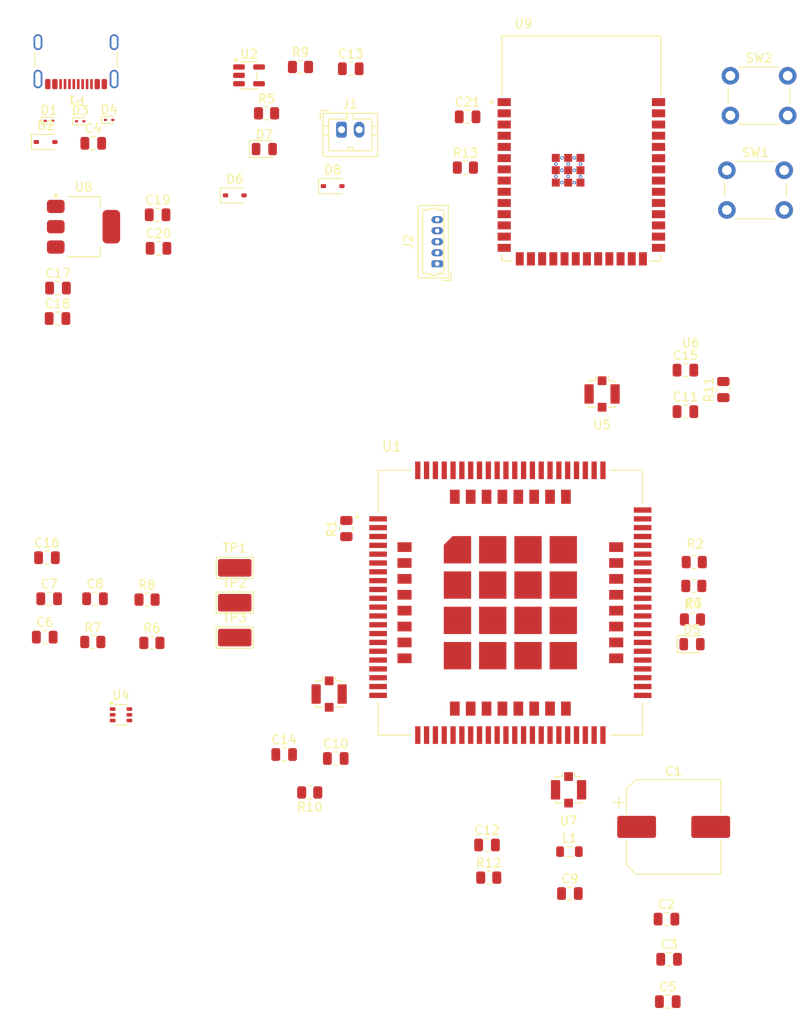
<source format=kicad_pcb>
(kicad_pcb (version 20241229) (generator "pcbnew") (generator_version "9.0")
  (layers (0 "F.Cu" signal) (2 "B.Cu" signal) (13 "F.Paste" user) (15 "B.Paste" user) (5 "F.SilkS" user "F.Silkscreen") (7 "B.SilkS" user "B.Silkscreen") (1 "F.Mask" user) (3 "B.Mask" user) (25 "Edge.Cuts" user))
  (net 0 "")
  (net 1 "GND")
  (net 2 "V_Batt")
  (net 3 "VUSB")
  (net 4 "/SIM1 RST")
  (net 5 "/SIM1 CLK")
  (net 6 "/SIM1 DATA")
  (net 7 "/GNSS ANT")
  (net 8 "Net-(C9-Pad1)")
  (net 9 "/AUX ANT")
  (net 10 "/Main ANT")
  (net 11 "Net-(C12-Pad1)")
  (net 12 "Net-(C14-Pad2)")
  (net 13 "Net-(C15-Pad2)")
  (net 14 "/SIM1 VCC")
  (net 15 "VIN")
  (net 16 "/VCC_3V3")
  (net 17 "Net-(U9-EN)")
  (net 18 "Net-(D1-A2)")
  (net 19 "/GPIO19")
  (net 20 "/GPIO20")
  (net 21 "Net-(D5-A)")
  (net 22 "Net-(D7-K)")
  (net 23 "Net-(D7-A)")
  (net 24 "/DATA")
  (net 25 "/STROBE")
  (net 32 "/POWERKEY")
  (net 33 "1V8")
  (net 34 "Net-(U1-SCL)")
  (net 35 "Net-(U1-SDA)")
  (net 36 "/NET LED")
  (net 37 "/RST EN")
  (net 38 "/CLK EN")
  (net 39 "/DATA EN")
  (net 40 "Net-(U2-PROG)")
  (net 42 "/ESP0{slash}STAT")
  (net 71 "5V")
  (net 73 "/RXD")
  (net 77 "/USBD_N")
  (net 79 "/USBD P")
  (net 81 "/RESET")
  (net 82 "Net-(U1-VBAT-Pad62)")
  (net 93 "/TXD")
  (footprint "Capacitor_SMD:C_0805_2012Metric" (layer "F.Cu") (at 30 37.15)
    (property "Reference" "C20" (at 0 -1.68 0) (layer "F.SilkS"))
    (property "Value" "100nF")
    (pad "1" smd roundrect (at -0.95 0) (size 1 1.45) (layers "F.Cu" "F.Mask" "F.Paste") (net 16 "/VCC_3V3"))
    (pad "2" smd roundrect (at 0.95 0) (size 1 1.45) (layers "F.Cu" "F.Mask" "F.Paste") (net 1 "GND"))
  )
  (footprint "Package_TO_SOT_SMD:SOT-363_SC-70-6" (layer "F.Cu") (at 25.75 90)
    (property "Reference" "U4" (at 0 -2.25 0) (layer "F.SilkS"))
    (property "Value" "SMF05C")
    (pad "1" smd roundrect (at -0.95 -0.65) (size 0.65 0.4) (layers "F.Cu" "F.Mask" "F.Paste") (net 38 "/CLK EN"))
    (pad "2" smd roundrect (at -0.95 0) (size 0.65 0.4) (layers "F.Cu" "F.Mask" "F.Paste") (net 1 "GND"))
    (pad "3" smd roundrect (at -0.95 0.65) (size 0.65 0.4) (layers "F.Cu" "F.Mask" "F.Paste") (net 37 "/RST EN"))
    (pad "4" smd roundrect (at 0.95 0.65) (size 0.65 0.4) (layers "F.Cu" "F.Mask" "F.Paste") (net 39 "/DATA EN"))
    (pad "5" smd roundrect (at 0.95 0) (size 0.65 0.4) (layers "F.Cu" "F.Mask" "F.Paste"))
    (pad "6" smd roundrect (at 0.95 -0.65) (size 0.65 0.4) (layers "F.Cu" "F.Mask" "F.Paste") (net 14 "/SIM1 VCC"))
  )
  (footprint "Resistor_SMD:R_0805_2012Metric" (layer "F.Cu") (at 64.8 28)
    (property "Reference" "R13" (at 0 -1.65 0) (layer "F.SilkS"))
    (property "Value" "10k")
    (pad "1" smd roundrect (at -0.9125 0) (size 1.025 1.4) (layers "F.Cu" "F.Mask" "F.Paste") (roundrect_rratio 0.243902) (net 16 "/VCC_3V3"))
    (pad "2" smd roundrect (at 0.9125 0) (size 1.025 1.4) (layers "F.Cu" "F.Mask" "F.Paste") (roundrect_rratio 0.243902) (net 17 "Net-(U9-EN)"))
  )
  (footprint "Capacitor_SMD:C_0805_2012Metric" (layer "F.Cu") (at 22.8 76.85)
    (property "Reference" "C8" (at 0 -1.68 0) (layer "F.SilkS"))
    (property "Value" "33P")
    (pad "1" smd roundrect (at -0.95 0) (size 1 1.45) (layers "F.Cu" "F.Mask" "F.Paste") (net 1 "GND"))
    (pad "2" smd roundrect (at 0.95 0) (size 1 1.45) (layers "F.Cu" "F.Mask" "F.Paste") (net 6 "/SIM1 DATA"))
  )
  (footprint "Package_TO_SOT_SMD:SOT-223" (layer "F.Cu") (at 21.5 34.7)
    (property "Reference" "U8" (at 0 -4.5 0) (layer "F.SilkS"))
    (property "Value" "SGM2212-3.3")
    (pad "1" smd roundrect (at -3.15 -2.3) (size 2 1.5) (layers "F.Cu" "F.Mask" "F.Paste") (net 1 "GND"))
    (pad "2" smd roundrect (at -3.15 0) (size 2 1.5) (layers "F.Cu" "F.Mask" "F.Paste") (net 16 "/VCC_3V3"))
    (pad "3" smd roundrect (at -3.15 2.3) (size 2 1.5) (layers "F.Cu" "F.Mask" "F.Paste") (net 15 "VIN"))
    (pad "4" smd roundrect (at 3.15 0) (size 2 3.8) (layers "F.Cu" "F.Mask" "F.Paste") (net 16 "/VCC_3V3"))
  )
  (footprint "Resistor_SMD:R_0805_2012Metric" (layer "F.Cu") (at 28.7 76.95)
    (property "Reference" "R8" (at 0 -1.65 0) (layer "F.SilkS"))
    (property "Value" "22R")
    (pad "1" smd roundrect (at -0.9125 0) (size 1.025 1.4) (layers "F.Cu" "F.Mask" "F.Paste") (roundrect_rratio 0.243902) (net 6 "/SIM1 DATA"))
    (pad "2" smd roundrect (at 0.9125 0) (size 1.025 1.4) (layers "F.Cu" "F.Mask" "F.Paste") (roundrect_rratio 0.243902) (net 39 "/DATA EN"))
  )
  (footprint "Capacitor_SMD:C_0805_2012Metric" (layer "F.Cu") (at 65.05 22.25)
    (property "Reference" "C21" (at 0 -1.68 0) (layer "F.SilkS"))
    (property "Value" "100nF")
    (pad "1" smd roundrect (at -0.95 0) (size 1 1.45) (layers "F.Cu" "F.Mask" "F.Paste") (net 17 "Net-(U9-EN)"))
    (pad "2" smd roundrect (at 0.95 0) (size 1 1.45) (layers "F.Cu" "F.Mask" "F.Paste") (net 1 "GND"))
  )
  (footprint "Capacitor_SMD:C_0805_2012Metric" (layer "F.Cu") (at 17.6 76.85)
    (property "Reference" "C7" (at 0 -1.68 0) (layer "F.SilkS"))
    (property "Value" "33P")
    (pad "1" smd roundrect (at -0.95 0) (size 1 1.45) (layers "F.Cu" "F.Mask" "F.Paste") (net 1 "GND"))
    (pad "2" smd roundrect (at 0.95 0) (size 1 1.45) (layers "F.Cu" "F.Mask" "F.Paste") (net 5 "/SIM1 CLK"))
  )
  (footprint "Resistor_SMD:R_0805_2012Metric" (layer "F.Cu") (at 67.45 108.45)
    (property "Reference" "R12" (at 0 -1.65 0) (layer "F.SilkS"))
    (property "Value" "22R")
    (pad "1" smd roundrect (at -0.9125 0) (size 1.025 1.4) (layers "F.Cu" "F.Mask" "F.Paste") (roundrect_rratio 0.243902) (net 11 "Net-(C12-Pad1)"))
    (pad "2" smd roundrect (at 0.9125 0) (size 1.025 1.4) (layers "F.Cu" "F.Mask" "F.Paste") (roundrect_rratio 0.243902))
  )
  (footprint "Capacitor_SMD:C_0805_2012Metric" (layer "F.Cu") (at 89.75 55.65)
    (property "Reference" "C11" (at 0 -1.68 0) (layer "F.SilkS"))
    (property "Value" "NC")
    (pad "1" smd roundrect (at -0.95 0) (size 1 1.45) (layers "F.Cu" "F.Mask" "F.Paste") (net 1 "GND"))
    (pad "2" smd roundrect (at 0.95 0) (size 1 1.45) (layers "F.Cu" "F.Mask" "F.Paste") (net 10 "/Main ANT"))
  )
  (footprint "Connector_Coaxial:U.FL_Molex_MCRF_73412-0110_Vertical" (layer "F.Cu") (at 76.5 98.5)
    (property "Reference" "U7" (at 0 3.5 0) (layer "F.SilkS"))
    (property "Value" "GNSS_ANT")
    (pad "1" smd roundrect (at 0 1.5 180) (size 1 1) (layers "F.Cu" "F.Mask" "F.Paste") (roundrect_rratio 0.1) (net 8 "Net-(C9-Pad1)"))
    (pad "2" smd roundrect (at -1.475 0 180) (size 1.05 2.2) (layers "F.Cu" "F.Mask" "F.Paste") (roundrect_rratio 0.1) (net 1 "GND"))
    (pad "2" smd roundrect (at 0 -1.5 180) (size 1 1) (layers "F.Cu" "F.Mask" "F.Paste") (roundrect_rratio 0.1) (net 1 "GND"))
    (pad "2" smd roundrect (at 1.475 0 180) (size 1.05 2.2) (layers "F.Cu" "F.Mask" "F.Paste") (roundrect_rratio 0.1) (net 1 "GND"))
  )
  (footprint "Diode_SMD:D_SOD-323" (layer "F.Cu") (at 17.2 25.1)
    (property "Reference" "D2" (at 0 -1.85 0) (layer "F.SilkS"))
    (property "Value" "1N5819WS")
    (pad "1" smd roundrect (at -1.05 0) (size 0.6 0.45) (layers "F.Cu" "F.Mask" "F.Paste") (net 3 "VUSB"))
    (pad "2" smd roundrect (at 1.05 0) (size 0.6 0.45) (layers "F.Cu" "F.Mask" "F.Paste") (net 18 "Net-(D1-A2)"))
  )
  (footprint "Capacitor_SMD:C_0805_2012Metric" (layer "F.Cu") (at 18.6 41.65)
    (property "Reference" "C17" (at 0 -1.68 0) (layer "F.SilkS"))
    (property "Value" "4.7uF")
    (pad "1" smd roundrect (at -0.95 0) (size 1 1.45) (layers "F.Cu" "F.Mask" "F.Paste") (net 15 "VIN"))
    (pad "2" smd roundrect (at 0.95 0) (size 1 1.45) (layers "F.Cu" "F.Mask" "F.Paste") (net 1 "GND"))
  )
  (footprint "Resistor_SMD:R_0805_2012Metric" (layer "F.Cu") (at 22.55 81.75)
    (property "Reference" "R7" (at 0 -1.65 0) (layer "F.SilkS"))
    (property "Value" "22R")
    (pad "1" smd roundrect (at -0.9125 0) (size 1.025 1.4) (layers "F.Cu" "F.Mask" "F.Paste") (roundrect_rratio 0.243902) (net 5 "/SIM1 CLK"))
    (pad "2" smd roundrect (at 0.9125 0) (size 1.025 1.4) (layers "F.Cu" "F.Mask" "F.Paste") (roundrect_rratio 0.243902) (net 38 "/CLK EN"))
  )
  (footprint "Capacitor_SMD:C_0805_2012Metric" (layer "F.Cu") (at 87.75 122.5)
    (property "Reference" "C5" (at 0 -1.68 0) (layer "F.SilkS"))
    (property "Value" "1uF")
    (pad "1" smd roundrect (at -0.95 0) (size 1 1.45) (layers "F.Cu" "F.Mask" "F.Paste") (net 2 "V_Batt"))
    (pad "2" smd roundrect (at 0.95 0) (size 1 1.45) (layers "F.Cu" "F.Mask" "F.Paste") (net 1 "GND"))
  )
  (footprint "Connector_Coaxial:U.FL_Molex_MCRF_73412-0110_Vertical" (layer "F.Cu") (at 80.3 53.65)
    (property "Reference" "U5" (at 0 3.5 0) (layer "F.SilkS"))
    (property "Value" "GSM_ANT")
    (pad "1" smd roundrect (at 0 1.5 180) (size 1 1) (layers "F.Cu" "F.Mask" "F.Paste") (roundrect_rratio 0.1) (net 13 "Net-(C15-Pad2)"))
    (pad "2" smd roundrect (at -1.475 0 180) (size 1.05 2.2) (layers "F.Cu" "F.Mask" "F.Paste") (roundrect_rratio 0.1) (net 1 "GND"))
    (pad "2" smd roundrect (at 0 -1.5 180) (size 1 1) (layers "F.Cu" "F.Mask" "F.Paste") (roundrect_rratio 0.1) (net 1 "GND"))
    (pad "2" smd roundrect (at 1.475 0 180) (size 1.05 2.2) (layers "F.Cu" "F.Mask" "F.Paste") (roundrect_rratio 0.1) (net 1 "GND"))
  )
  (footprint "Button_Switch_THT:SW_PUSH_6mm" (layer "F.Cu") (at 94.45 28.3)
    (property "Reference" "SW1" (at 3.25 -2 0) (layer "F.SilkS"))
    (property "Value" "SW_Push")
    (pad "1" thru_hole circle (at 0 0 90) (size 2 2) (drill 1.1) (layers "*.Cu" "*.Mask") (net 42 "/ESP0{slash}STAT"))
    (pad "1" thru_hole circle (at 6.5 0 90) (size 2 2) (drill 1.1) (layers "*.Cu" "*.Mask") (net 42 "/ESP0{slash}STAT"))
    (pad "2" thru_hole circle (at 0 4.5 90) (size 2 2) (drill 1.1) (layers "*.Cu" "*.Mask") (net 1 "GND"))
    (pad "2" thru_hole circle (at 6.5 4.5 90) (size 2 2) (drill 1.1) (layers "*.Cu" "*.Mask") (net 1 "GND"))
  )
  (footprint "Capacitor_SMD:C_0805_2012Metric" (layer "F.Cu") (at 89.75 50.95)
    (property "Reference" "C15" (at 0 -1.68 0) (layer "F.SilkS"))
    (property "Value" "NC")
    (pad "1" smd roundrect (at -0.95 0) (size 1 1.45) (layers "F.Cu" "F.Mask" "F.Paste") (net 1 "GND"))
    (pad "2" smd roundrect (at 0.95 0) (size 1 1.45) (layers "F.Cu" "F.Mask" "F.Paste") (net 13 "Net-(C15-Pad2)"))
  )
  (footprint "Resistor_SMD:R_0805_2012Metric" (layer "F.Cu") (at 42.25 21.85)
    (property "Reference" "R5" (at 0 -1.65 0) (layer "F.SilkS"))
    (property "Value" "R_US")
    (pad "1" smd roundrect (at -0.9125 0) (size 1.025 1.4) (layers "F.Cu" "F.Mask" "F.Paste") (roundrect_rratio 0.243902) (net 3 "VUSB"))
    (pad "2" smd roundrect (at 0.9125 0) (size 1.025 1.4) (layers "F.Cu" "F.Mask" "F.Paste") (roundrect_rratio 0.243902) (net 23 "Net-(D7-A)"))
  )
  (footprint "Resistor_SMD:R_0805_2012Metric" (layer "F.Cu") (at 90.75 72.7 180)
    (property "Reference" "R2" (at -0.1 2.05 0) (layer "F.SilkS"))
    (property "Value" "2k2")
    (pad "1" smd roundrect (at -0.9125 0 180) (size 1.025 1.4) (layers "F.Cu" "F.Mask" "F.Paste") (roundrect_rratio 0.243902) (net 33 "1V8"))
    (pad "2" smd roundrect (at 0.9125 0 180) (size 1.025 1.4) (layers "F.Cu" "F.Mask" "F.Paste") (roundrect_rratio 0.243902) (net 34 "Net-(U1-SCL)"))
  )
  (footprint "Resistor_SMD:R_0805_2012Metric" (layer "F.Cu") (at 90.55 79.2)
    (property "Reference" "R4" (at 0 -1.65 0) (layer "F.SilkS"))
    (property "Value" "1K")
    (pad "1" smd roundrect (at -0.9125 0) (size 1.025 1.4) (layers "F.Cu" "F.Mask" "F.Paste") (roundrect_rratio 0.243902) (net 36 "/NET LED"))
    (pad "2" smd roundrect (at 0.9125 0) (size 1.025 1.4) (layers "F.Cu" "F.Mask" "F.Paste") (roundrect_rratio 0.243902) (net 21 "Net-(D5-A)"))
  )
  (footprint "Button_Switch_THT:SW_PUSH_6mm" (layer "F.Cu") (at 94.85 17.6)
    (property "Reference" "SW2" (at 3.25 -2 0) (layer "F.SilkS"))
    (property "Value" "SW_Push")
    (pad "1" thru_hole circle (at 0 0 90) (size 2 2) (drill 1.1) (layers "*.Cu" "*.Mask") (net 17 "Net-(U9-EN)"))
    (pad "1" thru_hole circle (at 6.5 0 90) (size 2 2) (drill 1.1) (layers "*.Cu" "*.Mask") (net 17 "Net-(U9-EN)"))
    (pad "2" thru_hole circle (at 0 4.5 90) (size 2 2) (drill 1.1) (layers "*.Cu" "*.Mask") (net 1 "GND"))
    (pad "2" thru_hole circle (at 6.5 4.5 90) (size 2 2) (drill 1.1) (layers "*.Cu" "*.Mask") (net 1 "GND"))
  )
  (footprint "Capacitor_SMD:C_0805_2012Metric" (layer "F.Cu") (at 51.8 16.8)
    (property "Reference" "C13" (at 0 -1.68 0) (layer "F.SilkS"))
    (property "Value" "100nF")
    (pad "1" smd roundrect (at -0.95 0) (size 1 1.45) (layers "F.Cu" "F.Mask" "F.Paste") (net 2 "V_Batt"))
    (pad "2" smd roundrect (at 0.95 0) (size 1 1.45) (layers "F.Cu" "F.Mask" "F.Paste") (net 1 "GND"))
  )
  (footprint "Capacitor_SMD:C_0805_2012Metric" (layer "F.Cu") (at 67.25 104.75)
    (property "Reference" "C12" (at 0 -1.68 0) (layer "F.SilkS"))
    (property "Value" "NC")
    (pad "1" smd roundrect (at -0.95 0) (size 1 1.45) (layers "F.Cu" "F.Mask" "F.Paste") (net 11 "Net-(C12-Pad1)"))
    (pad "2" smd roundrect (at 0.95 0) (size 1 1.45) (layers "F.Cu" "F.Mask" "F.Paste") (net 1 "GND"))
  )
  (footprint "Capacitor_SMD:C_0805_2012Metric" (layer "F.Cu") (at 87.6 113.15)
    (property "Reference" "C2" (at 0 -1.68 0) (layer "F.SilkS"))
    (property "Value" "100uF")
    (pad "1" smd roundrect (at -0.95 0) (size 1 1.45) (layers "F.Cu" "F.Mask" "F.Paste") (net 2 "V_Batt"))
    (pad "2" smd roundrect (at 0.95 0) (size 1 1.45) (layers "F.Cu" "F.Mask" "F.Paste") (net 1 "GND"))
  )
  (footprint "TestPoint:TestPoint_Keystone_5019_Miniature" (layer "F.Cu") (at 38.645 73.35)
    (property "Reference" "TP1" (at 0 -2.25 0) (layer "F.SilkS"))
    (property "Value" "VBUS")
    (pad "1" smd roundrect (at 0 0) (size 3.8 2) (layers "F.Cu" "F.Mask" "F.Paste") (roundrect_rratio 0.125) (net 18 "Net-(D1-A2)"))
  )
  (footprint "Resistor_SMD:R_0805_2012Metric" (layer "F.Cu") (at 94.05 53.15 90)
    (property "Reference" "R11" (at 0 -1.65 90) (layer "F.SilkS"))
    (property "Value" "22R")
    (pad "1" smd roundrect (at -0.9125 0 90) (size 1.025 1.4) (layers "F.Cu" "F.Mask" "F.Paste") (roundrect_rratio 0.243902) (net 10 "/Main ANT"))
    (pad "2" smd roundrect (at 0.9125 0 90) (size 1.025 1.4) (layers "F.Cu" "F.Mask" "F.Paste") (roundrect_rratio 0.243902) (net 13 "Net-(C15-Pad2)"))
  )
  (footprint "Capacitor_SMD:C_0805_2012Metric" (layer "F.Cu") (at 17.35 72.2)
    (property "Reference" "C16" (at 0 -1.68 0) (layer "F.SilkS"))
    (property "Value" "104")
    (pad "1" smd roundrect (at -0.95 0) (size 1 1.45) (layers "F.Cu" "F.Mask" "F.Paste") (net 14 "/SIM1 VCC"))
    (pad "2" smd roundrect (at 0.95 0) (size 1 1.45) (layers "F.Cu" "F.Mask" "F.Paste") (net 1 "GND"))
  )
  (footprint "ESP32-S3-WROOM-1-N8R8:XCVR_ESP32S3WROOM1N8R8" (layer "F.Cu") (at 77.95 25.84)
    (property "Reference" "U9" (at -6.575 -14.135 0) (layer "F.SilkS"))
    (property "Value" "ESP32-S3-WROOM-1-N8R8")
    (pad "1" smd rect (at -8.75 -5.26) (size 1.5 0.9) (layers "F.Cu" "F.Mask" "F.Paste") (net 1 "GND"))
    (pad "2" smd rect (at -8.75 -3.99) (size 1.5 0.9) (layers "F.Cu" "F.Mask" "F.Paste") (net 16 "/VCC_3V3"))
    (pad "3" smd rect (at -8.75 -2.72) (size 1.5 0.9) (layers "F.Cu" "F.Mask" "F.Paste") (net 17 "Net-(U9-EN)"))
    (pad "4" smd rect (at -8.75 -1.45) (size 1.5 0.9) (layers "F.Cu" "F.Mask" "F.Paste"))
    (pad "5" smd rect (at -8.75 -0.18) (size 1.5 0.9) (layers "F.Cu" "F.Mask" "F.Paste"))
    (pad "6" smd rect (at -8.75 1.09) (size 1.5 0.9) (layers "F.Cu" "F.Mask" "F.Paste") (net 81 "/RESET"))
    (pad "7" smd rect (at -8.75 2.36) (size 1.5 0.9) (layers "F.Cu" "F.Mask" "F.Paste") (net 24 "/DATA"))
    (pad "8" smd rect (at -8.75 3.63) (size 1.5 0.9) (layers "F.Cu" "F.Mask" "F.Paste") (net 25 "/STROBE"))
    (pad "9" smd rect (at -8.75 4.9) (size 1.5 0.9) (layers "F.Cu" "F.Mask" "F.Paste"))
    (pad "10" smd rect (at -8.75 6.17) (size 1.5 0.9) (layers "F.Cu" "F.Mask" "F.Paste"))
    (pad "11" smd rect (at -8.75 7.44) (size 1.5 0.9) (layers "F.Cu" "F.Mask" "F.Paste"))
    (pad "12" smd rect (at -8.75 8.71) (size 1.5 0.9) (layers "F.Cu" "F.Mask" "F.Paste"))
    (pad "13" smd rect (at -8.75 9.98) (size 1.5 0.9) (layers "F.Cu" "F.Mask" "F.Paste"))
    (pad "14" smd rect (at -8.75 11.25) (size 1.5 0.9) (layers "F.Cu" "F.Mask" "F.Paste"))
    (pad "15" smd rect (at -6.985 12.5) (size 0.9 1.5) (layers "F.Cu" "F.Mask" "F.Paste"))
    (pad "16" smd rect (at -5.715 12.5) (size 0.9 1.5) (layers "F.Cu" "F.Mask" "F.Paste"))
    (pad "17" smd rect (at -4.445 12.5) (size 0.9 1.5) (layers "F.Cu" "F.Mask" "F.Paste"))
    (pad "18" smd rect (at -3.175 12.5) (size 0.9 1.5) (layers "F.Cu" "F.Mask" "F.Paste"))
    (pad "19" smd rect (at -1.905 12.5) (size 0.9 1.5) (layers "F.Cu" "F.Mask" "F.Paste"))
    (pad "20" smd rect (at -0.635 12.5) (size 0.9 1.5) (layers "F.Cu" "F.Mask" "F.Paste"))
    (pad "21" smd rect (at 0.635 12.5) (size 0.9 1.5) (layers "F.Cu" "F.Mask" "F.Paste"))
    (pad "22" smd rect (at 1.905 12.5) (size 0.9 1.5) (layers "F.Cu" "F.Mask" "F.Paste"))
    (pad "23" smd rect (at 3.175 12.5) (size 0.9 1.5) (layers "F.Cu" "F.Mask" "F.Paste"))
    (pad "24" smd rect (at 4.445 12.5) (size 0.9 1.5) (layers "F.Cu" "F.Mask" "F.Paste"))
    (pad "25" smd rect (at 5.715 12.5) (size 0.9 1.5) (layers "F.Cu" "F.Mask" "F.Paste"))
    (pad "26" smd rect (at 6.985 12.5) (size 0.9 1.5) (layers "F.Cu" "F.Mask" "F.Paste"))
    (pad "27" smd rect (at 8.75 11.25) (size 1.5 0.9) (layers "F.Cu" "F.Mask" "F.Paste") (net 42 "/ESP0{slash}STAT"))
    (pad "28" smd rect (at 8.75 9.98) (size 1.5 0.9) (layers "F.Cu" "F.Mask" "F.Paste"))
    (pad "29" smd rect (at 8.75 8.71) (size 1.5 0.9) (layers "F.Cu" "F.Mask" "F.Paste"))
    (pad "30" smd rect (at 8.75 7.44) (size 1.5 0.9) (layers "F.Cu" "F.Mask" "F.Paste"))
    (pad "31" smd rect (at 8.75 6.17) (size 1.5 0.9) (layers "F.Cu" "F.Mask" "F.Paste"))
    (pad "32" smd rect (at 8.75 4.9) (size 1.5 0.9) (layers "F.Cu" "F.Mask" "F.Paste"))
    (pad "33" smd rect (at 8.75 3.63) (size 1.5 0.9) (layers "F.Cu" "F.Mask" "F.Paste"))
    (pad "34" smd rect (at 8.75 2.36) (size 1.5 0.9) (layers "F.Cu" "F.Mask" "F.Paste"))
    (pad "35" smd rect (at 8.75 1.09) (size 1.5 0.9) (layers "F.Cu" "F.Mask" "F.Paste"))
    (pad "36" smd rect (at 8.75 -0.18) (size 1.5 0.9) (layers "F.Cu" "F.Mask" "F.Paste") (net 93 "/TXD"))
    (pad "37" smd rect (at 8.75 -1.45) (size 1.5 0.9) (layers "F.Cu" "F.Mask" "F.Paste") (net 73 "/RXD"))
    (pad "38" smd rect (at 8.75 -2.72) (size 1.5 0.9) (layers "F.Cu" "F.Mask" "F.Paste"))
    (pad "39" smd rect (at 8.75 -3.99) (size 1.5 0.9) (layers "F.Cu" "F.Mask" "F.Paste"))
    (pad "40" smd rect (at 8.75 -5.26) (size 1.5 0.9) (layers "F.Cu" "F.Mask" "F.Paste") (net 1 "GND"))
    (pad "41_1" smd rect (at -1.5 2.46) (size 0.9 0.9) (layers "F.Cu" "F.Mask" "F.Paste") (net 1 "GND"))
    (pad "41_2" smd rect (at -2.9 2.46) (size 0.9 0.9) (layers "F.Cu" "F.Mask" "F.Paste") (net 1 "GND"))
    (pad "41_3" smd rect (at -0.1 2.46) (size 0.9 0.9) (layers "F.Cu" "F.Mask" "F.Paste") (net 1 "GND"))
    (pad "41_4" smd rect (at -2.9 3.86) (size 0.9 0.9) (layers "F.Cu" "F.Mask" "F.Paste") (net 1 "GND"))
    (pad "41_5" smd rect (at -1.5 3.86) (size 0.9 0.9) (layers "F.Cu" "F.Mask" "F.Paste") (net 1 "GND"))
    (pad "41_6" smd rect (at -0.1 3.86) (size 0.9 0.9) (layers "F.Cu" "F.Mask" "F.Paste") (net 1 "GND"))
    (pad "41_7" smd rect (at -2.9 1.06) (size 0.9 0.9) (layers "F.Cu" "F.Mask" "F.Paste") (net 1 "GND"))
    (pad "41_8" smd rect (at -1.5 1.06) (size 0.9 0.9) (layers "F.Cu" "F.Mask" "F.Paste") (net 1 "GND"))
    (pad "41_9" smd rect (at -0.1 1.06) (size 0.9 0.9) (layers "F.Cu" "F.Mask" "F.Paste") (net 1 "GND"))
    (pad "41_10" thru_hole circle (at -1.5 1.76) (size 0.4 0.4) (drill 0.2) (layers "*.Cu"))
    (pad "41_11" thru_hole circle (at -2.9 1.76) (size 0.4 0.4) (drill 0.2) (layers "*.Cu"))
    (pad "41_12" thru_hole circle (at -0.1 1.76) (size 0.4 0.4) (drill 0.2) (layers "*.Cu"))
    (pad "41_13" thru_hole circle (at -2.9 3.16) (size 0.4 0.4) (drill 0.2) (layers "*.Cu"))
    (pad "41_14" thru_hole circle (at -1.5 3.16) (size 0.4 0.4) (drill 0.2) (layers "*.Cu"))
    (pad "41_15" thru_hole circle (at -0.1 3.16) (size 0.4 0.4) (drill 0.2) (layers "*.Cu"))
    (pad "41_16" thru_hole circle (at -2.2 1.06) (size 0.4 0.4) (drill 0.2) (layers "*.Cu"))
    (pad "41_17" thru_hole circle (at -0.8 1.06) (size 0.4 0.4) (drill 0.2) (layers "*.Cu"))
    (pad "41_18" thru_hole circle (at -2.2 2.46) (size 0.4 0.4) (drill 0.2) (layers "*.Cu"))
    (pad "41_19" thru_hole circle (at -0.8 2.46) (size 0.4 0.4) (drill 0.2) (layers "*.Cu"))
    (pad "41_20" thru_hole circle (at -2.2 3.86) (size 0.4 0.4) (drill 0.2) (layers "*.Cu"))
    (pad "41_21" thru_hole circle (at -0.8 3.86) (size 0.4 0.4) (drill 0.2) (layers "*.Cu"))
  )
  (footprint "Connector_USB:USB_C_Receptacle_GCT_USB4105-xx-A_16P_TopMnt_Horizontal" (layer "F.Cu") (at 20.65 14.86 180)
    (property "Reference" "P1" (at 0 -5.5 180) (layer "F.SilkS"))
    (property "Value" "USB_C_Plug_USB2.0")
    (pad "" np_thru_hole circle (at -2.89 -2.605 180) (size 0.65 0.65) (drill 0.65) (layers "*.Cu" "*.Mask"))
    (pad "" np_thru_hole circle (at 2.89 -2.605 180) (size 0.65 0.65) (drill 0.65) (layers "*.Cu" "*.Mask"))
    (pad "A1" smd roundrect (at -3.2 -3.68 180) (size 0.6 1.15) (layers "F.Cu" "F.Mask" "F.Paste") (net 1 "GND"))
    (pad "A4" smd roundrect (at -2.4 -3.68 180) (size 0.6 1.15) (layers "F.Cu" "F.Mask" "F.Paste") (net 18 "Net-(D1-A2)"))
    (pad "A5" smd roundrect (at -1.25 -3.68 180) (size 0.3 1.15) (layers "F.Cu" "F.Mask" "F.Paste"))
    (pad "A6" smd roundrect (at -0.25 -3.68 180) (size 0.3 1.15) (layers "F.Cu" "F.Mask" "F.Paste") (net 20 "/GPIO20"))
    (pad "A7" smd roundrect (at 0.25 -3.68 180) (size 0.3 1.15) (layers "F.Cu" "F.Mask" "F.Paste") (net 19 "/GPIO19"))
    (pad "A8" smd roundrect (at 1.25 -3.68 180) (size 0.3 1.15) (layers "F.Cu" "F.Mask" "F.Paste"))
    (pad "A9" smd roundrect (at 2.4 -3.68 180) (size 0.6 1.15) (layers "F.Cu" "F.Mask" "F.Paste") (net 18 "Net-(D1-A2)"))
    (pad "A12" smd roundrect (at 3.2 -3.68 180) (size 0.6 1.15) (layers "F.Cu" "F.Mask" "F.Paste") (net 1 "GND"))
    (pad "B1" smd roundrect (at 3.2 -3.68 180) (size 0.6 1.15) (layers "F.Cu" "F.Mask" "F.Paste") (net 1 "GND"))
    (pad "B4" smd roundrect (at 2.4 -3.68 180) (size 0.6 1.15) (layers "F.Cu" "F.Mask" "F.Paste") (net 18 "Net-(D1-A2)"))
    (pad "B5" smd roundrect (at 1.75 -3.68 180) (size 0.3 1.15) (layers "F.Cu" "F.Mask" "F.Paste"))
    (pad "B6" smd roundrect (at 0.75 -3.68 180) (size 0.3 1.15) (layers "F.Cu" "F.Mask" "F.Paste"))
    (pad "B7" smd roundrect (at -0.75 -3.68 180) (size 0.3 1.15) (layers "F.Cu" "F.Mask" "F.Paste"))
    (pad "B8" smd roundrect (at -1.75 -3.68 180) (size 0.3 1.15) (layers "F.Cu" "F.Mask" "F.Paste"))
    (pad "B9" smd roundrect (at -2.4 -3.68 180) (size 0.6 1.15) (layers "F.Cu" "F.Mask" "F.Paste") (net 18 "Net-(D1-A2)"))
    (pad "B12" smd roundrect (at -3.2 -3.68 180) (size 0.6 1.15) (layers "F.Cu" "F.Mask" "F.Paste") (net 1 "GND"))
    (pad "S1" thru_hole oval (at -4.32 -3.105 180) (size 1 2.1) (drill oval 0.6 1.7) (property pad_prop_heatsink) (layers "*.Cu" "*.Mask" "F.Paste"))
    (pad "S1" thru_hole oval (at -4.32 1.075 180) (size 1 1.8) (drill oval 0.6 1.4) (property pad_prop_heatsink) (layers "*.Cu" "*.Mask" "F.Paste"))
    (pad "S1" thru_hole oval (at 4.32 -3.105 180) (size 1 2.1) (drill oval 0.6 1.7) (property pad_prop_heatsink) (layers "*.Cu" "*.Mask" "F.Paste"))
    (pad "S1" thru_hole oval (at 4.32 1.075 180) (size 1 1.8) (drill oval 0.6 1.4) (property pad_prop_heatsink) (layers "*.Cu" "*.Mask" "F.Paste"))
  )
  (footprint "TestPoint:TestPoint_Keystone_5019_Miniature" (layer "F.Cu") (at 38.645 77.3)
    (property "Reference" "TP2" (at 0 -2.25 0) (layer "F.SilkS"))
    (property "Value" "VUSB")
    (pad "1" smd roundrect (at 0 0) (size 3.8 2) (layers "F.Cu" "F.Mask" "F.Paste") (roundrect_rratio 0.125) (net 3 "VUSB"))
  )
  (footprint "Diode_SMD:D_SOD-923" (layer "F.Cu") (at 17.58 22.7)
    (property "Reference" "D1" (at 0 -1.2 0) (layer "F.SilkS"))
    (property "Value" "ESD9B3.3ST5G")
    (pad "1" smd roundrect (at -0.42 0 180) (size 0.36 0.25) (layers "F.Cu" "F.Mask" "F.Paste") (net 1 "GND"))
    (pad "2" smd roundrect (at 0.42 0 180) (size 0.36 0.25) (layers "F.Cu" "F.Mask" "F.Paste") (net 18 "Net-(D1-A2)"))
  )
  (footprint "Connector_Coaxial:U.FL_Molex_MCRF_73412-0110_Vertical" (layer "F.Cu") (at 49.35 87.65)
    (property "Reference" "U6" (at 41 -39.8 0) (layer "F.SilkS"))
    (property "Value" "GSM_ANT")
    (pad "1" smd roundrect (at 0 1.5 180) (size 1 1) (layers "F.Cu" "F.Mask" "F.Paste") (roundrect_rratio 0.1) (net 12 "Net-(C14-Pad2)"))
    (pad "2" smd roundrect (at -1.475 0 180) (size 1.05 2.2) (layers "F.Cu" "F.Mask" "F.Paste") (roundrect_rratio 0.1) (net 1 "GND"))
    (pad "2" smd roundrect (at 0 -1.5 180) (size 1 1) (layers "F.Cu" "F.Mask" "F.Paste") (roundrect_rratio 0.1) (net 1 "GND"))
    (pad "2" smd roundrect (at 1.475 0 180) (size 1.05 2.2) (layers "F.Cu" "F.Mask" "F.Paste") (roundrect_rratio 0.1) (net 1 "GND"))
  )
  (footprint "Inductor_SMD:L_0805_2012Metric" (layer "F.Cu") (at 76.6 105.5)
    (property "Reference" "L1" (at 0 -1.55 0) (layer "F.SilkS"))
    (property "Value" "47nH")
    (pad "1" smd roundrect (at -1.0625 0) (size 0.875 1.2) (layers "F.Cu" "F.Mask" "F.Paste") (net 8 "Net-(C9-Pad1)"))
    (pad "2" smd roundrect (at 1.0625 0) (size 0.875 1.2) (layers "F.Cu" "F.Mask" "F.Paste") (net 11 "Net-(C12-Pad1)"))
  )
  (footprint "Connector_TE-Connectivity:TE_440054-2_1x02_P2.00mm_Vertical" (layer "F.Cu") (at 50.75 23.7)
    (property "Reference" "J1" (at 1 -2.9 0) (layer "F.SilkS"))
    (property "Value" "JST_2mm_LiPo")
    (pad "1" thru_hole roundrect (at 0 0) (size 1.2 1.8) (drill 0.8) (layers "*.Cu" "*.Mask") (net 2 "V_Batt"))
    (pad "2" thru_hole oval (at 2 0) (size 1.2 1.8) (drill 0.8) (layers "*.Cu" "*.Mask") (net 1 "GND"))
  )
  (footprint "Diode_SMD:D_SOD-323" (layer "F.Cu") (at 38.65 31.15)
    (property "Reference" "D6" (at 0 -1.85 0) (layer "F.SilkS"))
    (property "Value" "BAT60A")
    (pad "1" smd roundrect (at -1.05 0) (size 0.6 0.45) (layers "F.Cu" "F.Mask" "F.Paste") (net 15 "VIN"))
    (pad "2" smd roundrect (at 1.05 0) (size 0.6 0.45) (layers "F.Cu" "F.Mask" "F.Paste") (net 3 "VUSB"))
  )
  (footprint "Capacitor_SMD:C_0805_2012Metric" (layer "F.Cu") (at 22.6 25.25)
    (property "Reference" "C4" (at 0 -1.68 0) (layer "F.SilkS"))
    (property "Value" "4.7uF")
    (pad "1" smd roundrect (at -0.95 0) (size 1 1.45) (layers "F.Cu" "F.Mask" "F.Paste") (net 3 "VUSB"))
    (pad "2" smd roundrect (at 0.95 0) (size 1 1.45) (layers "F.Cu" "F.Mask" "F.Paste") (net 1 "GND"))
  )
  (footprint "Resistor_SMD:R_0805_2012Metric" (layer "F.Cu") (at 29.25 81.85)
    (property "Reference" "R6" (at 0 -1.65 0) (layer "F.SilkS"))
    (property "Value" "22R")
    (pad "1" smd roundrect (at -0.9125 0) (size 1.025 1.4) (layers "F.Cu" "F.Mask" "F.Paste") (roundrect_rratio 0.243902) (net 4 "/SIM1 RST"))
    (pad "2" smd roundrect (at 0.9125 0) (size 1.025 1.4) (layers "F.Cu" "F.Mask" "F.Paste") (roundrect_rratio 0.243902) (net 37 "/RST EN"))
  )
  (footprint "Diode_SMD:D_SOD-323" (layer "F.Cu") (at 49.75 30.1)
    (property "Reference" "D8" (at 0 -1.85 0) (layer "F.SilkS"))
    (property "Value" "BAT60A")
    (pad "1" smd roundrect (at -1.05 0) (size 0.6 0.45) (layers "F.Cu" "F.Mask" "F.Paste") (net 15 "VIN"))
    (pad "2" smd roundrect (at 1.05 0) (size 0.6 0.45) (layers "F.Cu" "F.Mask" "F.Paste") (net 2 "V_Batt"))
  )
  (footprint "Capacitor_SMD:C_0805_2012Metric" (layer "F.Cu") (at 50.1 94.95)
    (property "Reference" "C10" (at 0 -1.68 0) (layer "F.SilkS"))
    (property "Value" "NC")
    (pad "1" smd roundrect (at -0.95 0) (size 1 1.45) (layers "F.Cu" "F.Mask" "F.Paste") (net 1 "GND"))
    (pad "2" smd roundrect (at 0.95 0) (size 1 1.45) (layers "F.Cu" "F.Mask" "F.Paste") (net 9 "/AUX ANT"))
  )
  (footprint "TestPoint:TestPoint_Keystone_5019_Miniature" (layer "F.Cu") (at 38.645 81.25)
    (property "Reference" "TP3" (at 0 -2.25 0) (layer "F.SilkS"))
    (property "Value" "Test_point")
    (pad "1" smd roundrect (at 0 0) (size 3.8 2) (layers "F.Cu" "F.Mask" "F.Paste") (roundrect_rratio 0.125) (net 42 "/ESP0{slash}STAT"))
  )
  (footprint "Resistor_SMD:R_0805_2012Metric" (layer "F.Cu") (at 90.7 75.4 180)
    (property "Reference" "R3" (at 0 -1.95 0) (layer "F.SilkS"))
    (property "Value" "2k2")
    (pad "1" smd roundrect (at -0.9125 0 180) (size 1.025 1.4) (layers "F.Cu" "F.Mask" "F.Paste") (roundrect_rratio 0.243902) (net 33 "1V8"))
    (pad "2" smd roundrect (at 0.9125 0 180) (size 1.025 1.4) (layers "F.Cu" "F.Mask" "F.Paste") (roundrect_rratio 0.243902) (net 35 "Net-(U1-SDA)"))
  )
  (footprint "Resistor_SMD:R_0805_2012Metric" (layer "F.Cu") (at 46.1 16.6)
    (property "Reference" "R9" (at 0 -1.65 0) (layer "F.SilkS"))
    (property "Value" "R_US")
    (pad "1" smd roundrect (at -0.9125 0) (size 1.025 1.4) (layers "F.Cu" "F.Mask" "F.Paste") (roundrect_rratio 0.243902) (net 40 "Net-(U2-PROG)"))
    (pad "2" smd roundrect (at 0.9125 0) (size 1.025 1.4) (layers "F.Cu" "F.Mask" "F.Paste") (roundrect_rratio 0.243902) (net 1 "GND"))
  )
  (footprint "Capacitor_SMD:C_0805_2012Metric" (layer "F.Cu") (at 76.65 110.25)
    (property "Reference" "C9" (at 0 -1.68 0) (layer "F.SilkS"))
    (property "Value" "NC")
    (pad "1" smd roundrect (at -0.95 0) (size 1 1.45) (layers "F.Cu" "F.Mask" "F.Paste") (net 8 "Net-(C9-Pad1)"))
    (pad "2" smd roundrect (at 0.95 0) (size 1 1.45) (layers "F.Cu" "F.Mask" "F.Paste") (net 7 "/GNSS ANT"))
  )
  (footprint "Resistor_SMD:R_0805_2012Metric" (layer "F.Cu") (at 47.15 98.8 180)
    (property "Reference" "R10" (at 0 -1.65 0) (layer "F.SilkS"))
    (property "Value" "22R")
    (pad "1" smd roundrect (at -0.9125 0 180) (size 1.025 1.4) (layers "F.Cu" "F.Mask" "F.Paste") (roundrect_rratio 0.243902) (net 9 "/AUX ANT"))
    (pad "2" smd roundrect (at 0.9125 0 180) (size 1.025 1.4) (layers "F.Cu" "F.Mask" "F.Paste") (roundrect_rratio 0.243902) (net 12 "Net-(C14-Pad2)"))
  )
  (footprint "Package_TO_SOT_SMD:SOT-23-5" (layer "F.Cu") (at 40.2625 17.55)
    (property "Reference" "U2" (at 0 -2.4 0) (layer "F.SilkS"))
    (property "Value" "MCP73831-2-OT")
    (pad "1" smd roundrect (at -1.1375 -0.95) (size 1.325 0.6) (layers "F.Cu" "F.Mask" "F.Paste") (net 22 "Net-(D7-K)"))
    (pad "2" smd roundrect (at -1.1375 0) (size 1.325 0.6) (layers "F.Cu" "F.Mask" "F.Paste") (net 1 "GND"))
    (pad "3" smd roundrect (at -1.1375 0.95) (size 1.325 0.6) (layers "F.Cu" "F.Mask" "F.Paste") (net 2 "V_Batt"))
    (pad "4" smd roundrect (at 1.1375 0.95) (size 1.325 0.6) (layers "F.Cu" "F.Mask" "F.Paste") (net 3 "VUSB"))
    (pad "5" smd roundrect (at 1.1375 -0.95) (size 1.325 0.6) (layers "F.Cu" "F.Mask" "F.Paste") (net 40 "Net-(U2-PROG)"))
  )
  (footprint "Capacitor_SMD:C_0805_2012Metric" (layer "F.Cu") (at 17.1 81.2)
    (property "Reference" "C6" (at 0 -1.68 0) (layer "F.SilkS"))
    (property "Value" "33P")
    (pad "1" smd roundrect (at -0.95 0) (size 1 1.45) (layers "F.Cu" "F.Mask" "F.Paste") (net 1 "GND"))
    (pad "2" smd roundrect (at 0.95 0) (size 1 1.45) (layers "F.Cu" "F.Mask" "F.Paste") (net 4 "/SIM1 RST"))
  )
  (footprint "Capacitor_SMD:C_0805_2012Metric" (layer "F.Cu") (at 87.9 117.7)
    (property "Reference" "C3" (at 0 -1.68 0) (layer "F.SilkS"))
    (property "Value" "100uF")
    (pad "1" smd roundrect (at -0.95 0) (size 1 1.45) (layers "F.Cu" "F.Mask" "F.Paste") (net 2 "V_Batt"))
    (pad "2" smd roundrect (at 0.95 0) (size 1 1.45) (layers "F.Cu" "F.Mask" "F.Paste") (net 1 "GND"))
  )
  (footprint "Capacitor_SMD:C_0805_2012Metric" (layer "F.Cu") (at 18.55 45.1)
    (property "Reference" "C18" (at 0 -1.68 0) (layer "F.SilkS"))
    (property "Value" "4.7uF")
    (pad "1" smd roundrect (at -0.95 0) (size 1 1.45) (layers "F.Cu" "F.Mask" "F.Paste") (net 15 "VIN"))
    (pad "2" smd roundrect (at 0.95 0) (size 1 1.45) (layers "F.Cu" "F.Mask" "F.Paste") (net 1 "GND"))
  )
  (footprint "LED_SMD:LED_0805_2012Metric" (layer "F.Cu") (at 42 25.9)
    (property "Reference" "D7" (at 0 -1.65 0) (layer "F.SilkS"))
    (property "Value" "LED")
    (pad "1" smd roundrect (at -0.9375 0) (size 0.975 1.4) (layers "F.Cu" "F.Mask" "F.Paste") (net 22 "Net-(D7-K)"))
    (pad "2" smd roundrect (at 0.9375 0) (size 0.975 1.4) (layers "F.Cu" "F.Mask" "F.Paste") (net 23 "Net-(D7-A)"))
  )
  (footprint "LED_SMD:LED_0805_2012Metric" (layer "F.Cu") (at 90.5 82)
    (property "Reference" "D5" (at 0 -1.65 0) (layer "F.SilkS"))
    (property "Value" "LED")
    (pad "1" smd roundrect (at -0.9375 0) (size 0.975 1.4) (layers "F.Cu" "F.Mask" "F.Paste") (net 1 "GND"))
    (pad "2" smd roundrect (at 0.9375 0) (size 0.975 1.4) (layers "F.Cu" "F.Mask" "F.Paste") (net 21 "Net-(D5-A)"))
  )
  (footprint "Capacitor_SMD:C_0805_2012Metric" (layer "F.Cu") (at 29.9 33.35)
    (property "Reference" "C19" (at 0 -1.68 0) (layer "F.SilkS"))
    (property "Value" "100nF")
    (pad "1" smd roundrect (at -0.95 0) (size 1 1.45) (layers "F.Cu" "F.Mask" "F.Paste") (net 16 "/VCC_3V3"))
    (pad "2" smd roundrect (at 0.95 0) (size 1 1.45) (layers "F.Cu" "F.Mask" "F.Paste") (net 1 "GND"))
  )
  (footprint "SIM7600G:IC_SIM7600G" (layer "F.Cu") (at 69.9 77.3)
    (property "Reference" "U1" (at -13.444 -17.7112 0) (layer "F.SilkS") (effects (font (size 1.12 1.12))))
    (property "Value" "SIM7600x")
    (pad "1" smd rect (at -15 -9.5) (size 2 0.6) (layers "F.Cu" "F.Mask") (net 1 "GND"))
    (pad "2" smd rect (at -15 -8.5) (size 2 0.6) (layers "F.Cu" "F.Mask") (net 1 "GND"))
    (pad "3" smd rect (at -15 -7.5) (size 2 0.6) (layers "F.Cu" "F.Mask") (net 32 "/POWERKEY"))
    (pad "4" smd rect (at -15 -6.5) (size 2 0.6) (layers "F.Cu" "F.Mask") (net 81 "/RESET"))
    (pad "5" smd rect (at -15 -5.5) (size 2 0.6) (layers "F.Cu" "F.Mask") (net 1 "GND"))
    (pad "6" smd rect (at -15 -4.5) (size 2 0.6) (layers "F.Cu" "F.Mask"))
    (pad "7" smd rect (at -15 -3.5) (size 2 0.6) (layers "F.Cu" "F.Mask"))
    (pad "8" smd rect (at -15 -2.5) (size 2 0.6) (layers "F.Cu" "F.Mask"))
    (pad "9" smd rect (at -15 -1.5) (size 2 0.6) (layers "F.Cu" "F.Mask"))
    (pad "10" smd rect (at -15 -0.5) (size 2 0.6) (layers "F.Cu" "F.Mask") (net 1 "GND"))
    (pad "11" smd rect (at -15 0.5) (size 2 0.6) (layers "F.Cu" "F.Mask") (net 71 "5V"))
    (pad "12" smd rect (at -15 1.5) (size 2 0.6) (layers "F.Cu" "F.Mask") (net 77 "/USBD_N"))
    (pad "13" smd rect (at -15 2.5) (size 2 0.6) (layers "F.Cu" "F.Mask") (net 79 "/USBD P"))
    (pad "14" smd rect (at -15 3.5) (size 2 0.6) (layers "F.Cu" "F.Mask") (net 1 "GND"))
    (pad "15" smd rect (at -15 4.5) (size 2 0.6) (layers "F.Cu" "F.Mask") (net 33 "1V8"))
    (pad "16" smd rect (at -15 5.5) (size 2 0.6) (layers "F.Cu" "F.Mask"))
    (pad "17" smd rect (at -15 6.5) (size 2 0.6) (layers "F.Cu" "F.Mask") (net 6 "/SIM1 DATA"))
    (pad "18" smd rect (at -15 7.5) (size 2 0.6) (layers "F.Cu" "F.Mask") (net 4 "/SIM1 RST"))
    (pad "19" smd rect (at -15 8.5) (size 2 0.6) (layers "F.Cu" "F.Mask") (net 5 "/SIM1 CLK"))
    (pad "20" smd rect (at -15 9.5) (size 2 0.6) (layers "F.Cu" "F.Mask") (net 14 "/SIM1 VCC"))
    (pad "21" smd rect (at -9.5 15) (size 0.6 2) (layers "F.Cu" "F.Mask"))
    (pad "22" smd rect (at -8.5 15) (size 0.6 2) (layers "F.Cu" "F.Mask"))
    (pad "23" smd rect (at -7.5 15) (size 0.6 2) (layers "F.Cu" "F.Mask"))
    (pad "24" smd rect (at -6.5 15) (size 0.6 2) (layers "F.Cu" "F.Mask"))
    (pad "25" smd rect (at -5.5 15) (size 0.6 2) (layers "F.Cu" "F.Mask"))
    (pad "26" smd rect (at -4.5 15) (size 0.6 2) (layers "F.Cu" "F.Mask"))
    (pad "27" smd rect (at -3.5 15) (size 0.6 2) (layers "F.Cu" "F.Mask"))
    (pad "28" smd rect (at -2.5 15) (size 0.6 2) (layers "F.Cu" "F.Mask"))
    (pad "29" smd rect (at -1.5 15) (size 0.6 2) (layers "F.Cu" "F.Mask"))
    (pad "30" smd rect (at -0.5 15) (size 0.6 2) (layers "F.Cu" "F.Mask"))
    (pad "31" smd rect (at 0.5 15) (size 0.6 2) (layers "F.Cu" "F.Mask"))
    (pad "32" smd rect (at 1.5 15) (size 0.6 2) (layers "F.Cu" "F.Mask"))
    (pad "33" smd rect (at 2.5 15) (size 0.6 2) (layers "F.Cu" "F.Mask"))
    (pad "34" smd rect (at 3.5 15) (size 0.6 2) (layers "F.Cu" "F.Mask"))
    (pad "35" smd rect (at 4.5 15) (size 0.6 2) (layers "F.Cu" "F.Mask"))
    (pad "36" smd rect (at 5.5 15) (size 0.6 2) (layers "F.Cu" "F.Mask"))
    (pad "37" smd rect (at 6.5 15) (size 0.6 2) (layers "F.Cu" "F.Mask") (net 1 "GND"))
    (pad "38" smd rect (at 7.5 15) (size 0.6 2) (layers "F.Cu" "F.Mask") (net 2 "V_Batt"))
    (pad "39" smd rect (at 8.5 15) (size 0.6 2) (layers "F.Cu" "F.Mask") (net 2 "V_Batt"))
    (pad "40" smd rect (at 9.5 15) (size 0.6 2) (layers "F.Cu" "F.Mask") (net 1 "GND"))
    (pad "41" smd rect (at 15 9.5) (size 2 0.6) (layers "F.Cu" "F.Mask") (net 1 "GND"))
    (pad "42" smd rect (at 15 8.5) (size 2 0.6) (layers "F.Cu" "F.Mask"))
    (pad "43" smd rect (at 15 7.5) (size 2 0.6) (layers "F.Cu" "F.Mask") (net 1 "GND"))
    (pad "44" smd rect (at 15 6.5) (size 2 0.6) (layers "F.Cu" "F.Mask"))
    (pad "45" smd rect (at 15 5.5) (size 2 0.6) (layers "F.Cu" "F.Mask"))
    (pad "46" smd rect (at 15 4.5) (size 2 0.6) (layers "F.Cu" "F.Mask"))
    (pad "47" smd rect (at 15 3.5) (size 2 0.6) (layers "F.Cu" "F.Mask"))
    (pad "48" smd rect (at 15 2.5) (size 2 0.6) (layers "F.Cu" "F.Mask"))
    (pad "49" smd rect (at 15 1.5) (size 2 0.6) (layers "F.Cu" "F.Mask"))
    (pad "50" smd rect (at 15 0.5) (size 2 0.6) (layers "F.Cu" "F.Mask"))
    (pad "51" smd rect (at 15 -0.5) (size 2 0.6) (layers "F.Cu" "F.Mask") (net 36 "/NET LED"))
    (pad "52" smd rect (at 15 -1.5) (size 2 0.6) (layers "F.Cu" "F.Mask"))
    (pad "53" smd rect (at 15 -2.5) (size 2 0.6) (layers "F.Cu" "F.Mask"))
    (pad "54" smd rect (at 15 -3.5) (size 2 0.6) (layers "F.Cu" "F.Mask"))
    (pad "55" smd rect (at 15 -4.5) (size 2 0.6) (layers "F.Cu" "F.Mask") (net 34 "Net-(U1-SCL)"))
    (pad "56" smd rect (at 15 -5.5) (size 2 0.6) (layers "F.Cu" "F.Mask") (net 35 "Net-(U1-SDA)"))
    (pad "57" smd rect (at 15 -6.5) (size 2 0.6) (layers "F.Cu" "F.Mask") (net 1 "GND"))
    (pad "58" smd rect (at 15 -7.5) (size 2 0.6) (layers "F.Cu" "F.Mask") (net 1 "GND"))
    (pad "59" smd rect (at 15 -8.5) (size 2 0.6) (layers "F.Cu" "F.Mask") (net 9 "/AUX ANT"))
    (pad "60" smd rect (at 15 -9.5) (size 2 0.6) (layers "F.Cu" "F.Mask") (net 1 "GND"))
    (pad "61" smd rect (at 9.5 -15) (size 0.6 2) (layers "F.Cu" "F.Mask") (net 1 "GND"))
    (pad "62" smd rect (at 8.5 -15) (size 0.6 2) (layers "F.Cu" "F.Mask") (net 82 "Net-(U1-VBAT-Pad62)"))
    (pad "63" smd rect (at 7.5 -15) (size 0.6 2) (layers "F.Cu" "F.Mask") (net 82 "Net-(U1-VBAT-Pad62)"))
    (pad "64" smd rect (at 6.5 -15) (size 0.6 2) (layers "F.Cu" "F.Mask") (net 1 "GND"))
    (pad "65" smd rect (at 5.5 -15) (size 0.6 2) (layers "F.Cu" "F.Mask") (net 1 "GND"))
    (pad "66" smd rect (at 4.5 -15) (size 0.6 2) (layers "F.Cu" "F.Mask"))
    (pad "67" smd rect (at 3.5 -15) (size 0.6 2) (layers "F.Cu" "F.Mask"))
    (pad "68" smd rect (at 2.5 -15) (size 0.6 2) (layers "F.Cu" "F.Mask") (net 73 "/RXD"))
    (pad "69" smd rect (at 1.5 -15) (size 0.6 2) (layers "F.Cu" "F.Mask"))
    (pad "70" smd rect (at 0.5 -15) (size 0.6 2) (layers "F.Cu" "F.Mask"))
    (pad "71" smd rect (at -0.5 -15) (size 0.6 2) (layers "F.Cu" "F.Mask") (net 93 "/TXD"))
    (pad "72" smd rect (at -1.5 -15) (size 0.6 2) (layers "F.Cu" "F.Mask"))
    (pad "73" smd rect (at -2.5 -15) (size 0.6 2) (layers "F.Cu" "F.Mask"))
    (pad "74" smd rect (at -3.5 -15) (size 0.6 2) (layers "F.Cu" "F.Mask"))
    (pad "75" smd rect (at -4.5 -15) (size 0.6 2) (layers "F.Cu" "F.Mask"))
    (pad "76" smd rect (at -5.5 -15) (size 0.6 2) (layers "F.Cu" "F.Mask"))
    (pad "77" smd rect (at -6.5 -15) (size 0.6 2) (layers "F.Cu" "F.Mask") (net 1 "GND"))
    (pad "78" smd rect (at -7.5 -15) (size 0.6 2) (layers "F.Cu" "F.Mask") (net 1 "GND"))
    (pad "79" smd rect (at -8.5 -15) (size 0.6 2) (layers "F.Cu" "F.Mask") (net 7 "/GNSS ANT"))
    (pad "80" smd rect (at -9.5 -15) (size 0.6 2) (layers "F.Cu" "F.Mask") (net 1 "GND"))
    (pad "81" smd rect (at -15 10.5) (size 2 0.6) (layers "F.Cu" "F.Mask") (net 1 "GND"))
    (pad "82" smd rect (at 15 10.5) (size 2 0.6) (layers "F.Cu" "F.Mask") (net 10 "/Main ANT"))
    (pad "83" smd rect (at 10.5 15) (size 0.6 2) (layers "F.Cu" "F.Mask"))
    (pad "84" smd rect (at -10.5 15) (size 0.6 2) (layers "F.Cu" "F.Mask"))
    (pad "85" smd rect (at 15 -10.5) (size 2 0.6) (layers "F.Cu" "F.Mask"))
    (pad "86" smd rect (at -10.5 -15) (size 0.6 2) (layers "F.Cu" "F.Mask"))
    (pad "87" smd rect (at 10.5 -15) (size 0.6 2) (layers "F.Cu" "F.Mask"))
    (pad "88" smd rect (at -12 -6.3) (size 1.6 1.1) (layers "F.Cu" "F.Mask"))
    (pad "89" smd rect (at -12 -4.5) (size 1.6 1.1) (layers "F.Cu" "F.Mask"))
    (pad "90" smd rect (at -12 -2.7) (size 1.6 1.1) (layers "F.Cu" "F.Mask"))
    (pad "91" smd rect (at -12 -0.9) (size 1.6 1.1) (layers "F.Cu" "F.Mask"))
    (pad "92" smd rect (at -12 0.9) (size 1.6 1.1) (layers "F.Cu" "F.Mask"))
    (pad "93" smd rect (at -12 2.7) (size 1.6 1.1) (layers "F.Cu" "F.Mask"))
    (pad "94" smd rect (at -12 4.5) (size 1.6 1.1) (layers "F.Cu" "F.Mask"))
    (pad "95" smd rect (at -12 6.3) (size 1.6 1.1) (layers "F.Cu" "F.Mask"))
    (pad "96" smd rect (at -6.3 12) (size 1.1 1.6) (layers "F.Cu" "F.Mask"))
    (pad "97" smd rect (at -4.5 12) (size 1.1 1.6) (layers "F.Cu" "F.Mask"))
    (pad "98" smd rect (at -2.7 12) (size 1.1 1.6) (layers "F.Cu" "F.Mask"))
    (pad "99" smd rect (at -0.9 12) (size 1.1 1.6) (layers "F.Cu" "F.Mask"))
    (pad "100" smd rect (at 0.9 12) (size 1.1 1.6) (layers "F.Cu" "F.Mask"))
    (pad "101" smd rect (at 2.7 12) (size 1.1 1.6) (layers "F.Cu" "F.Mask"))
    (pad "102" smd rect (at 4.5 12) (size 1.1 1.6) (layers "F.Cu" "F.Mask"))
    (pad "103" smd rect (at 6.3 12) (size 1.1 1.6) (layers "F.Cu" "F.Mask"))
    (pad "104" smd rect (at 12 6.3) (size 1.6 1.1) (layers "F.Cu" "F.Mask"))
    (pad "105" smd rect (at 12 4.5) (size 1.6 1.1) (layers "F.Cu" "F.Mask"))
    (pad "106" smd rect (at 12 2.7) (size 1.6 1.1) (layers "F.Cu" "F.Mask"))
    (pad "107" smd rect (at 12 0.9) (size 1.6 1.1) (layers "F.Cu" "F.Mask"))
    (pad "108" smd rect (at 12 -0.9) (size 1.6 1.1) (layers "F.Cu" "F.Mask"))
    (pad "109" smd rect (at 12 -2.7) (size 1.6 1.1) (layers "F.Cu" "F.Mask"))
    (pad "110" smd rect (at 12 -4.5) (size 1.6 1.1) (layers "F.Cu" "F.Mask"))
    (pad "111" smd rect (at 12 -6.3) (size 1.6 1.1) (layers "F.Cu" "F.Mask"))
    (pad "112" smd rect (at 6.3 -12) (size 1.1 1.6) (layers "F.Cu" "F.Mask"))
    (pad "113" smd rect (at 4.5 -12) (size 1.1 1.6) (layers "F.Cu" "F.Mask"))
    (pad "114" smd rect (at 2.7 -12) (size 1.1 1.6) (layers "F.Cu" "F.Mask"))
    (pad "115" smd rect (at 0.9 -12) (size 1.1 1.6) (layers "F.Cu" "F.Mask"))
    (pad "116" smd rect (at -0.9 -12) (size 1.1 1.6) (layers "F.Cu" "F.Mask"))
    (pad "117" smd rect (at -2.7 -12) (size 1.1 1.6) (layers "F.Cu" "F.Mask"))
    (pad "118" smd rect (at -4.5 -12) (size 1.1 1.6) (layers "F.Cu" "F.Mask"))
    (pad "119" smd rect (at -6.3 -12) (size 1.1 1.6) (layers "F.Cu" "F.Mask"))
    (pad "120" smd custom (at -6 -6) (size 2 2) (layers "F.Cu") (options (clearance outline) (anchor rect)) (primitives (gr_poly (pts (xy -0.55 -1.55) (xy 1.55 -1.55) (xy 1.55 1.55) (xy -1.55 1.55) (xy -1.55 -0.55)) (width 0.001) (fill yes))))
    (pad "121" smd rect (at -2 -6) (size 3.1 3.1) (layers "F.Cu" "F.Mask"))
    (pad "122" smd rect (at 2 -6) (size 3.1 3.1) (layers "F.Cu" "F.Mask"))
    (pad "123" smd rect (at 6 -6) (size 3.1 3.1) (layers "F.Cu" "F.Mask"))
    (pad "124" smd rect (at -6 -2) (size 3.1 3.1) (layers "F.Cu" "F.Mask"))
    (pad "125" smd rect (at -2 -2) (size 3.1 3.1) (layers "F.Cu" "F.Mask"))
    (pad "126" smd rect (at 2 -2) (size 3.1 3.1) (layers "F.Cu" "F.Mask"))
    (pad "127" smd rect (at 6 -2) (size 3.1 3.1) (layers "F.Cu" "F.Mask"))
    (pad "128" smd rect (at -6 2) (size 3.1 3.1) (layers "F.Cu" "F.Mask"))
    (pad "129" smd rect (at -2 2) (size 3.1 3.1) (layers "F.Cu" "F.Mask"))
    (pad "130" smd rect (at 2 2) (size 3.1 3.1) (layers "F.Cu" "F.Mask"))
    (pad "131" smd rect (at 6 2) (size 3.1 3.1) (layers "F.Cu" "F.Mask"))
    (pad "132" smd rect (at -6 6) (size 3.1 3.1) (layers "F.Cu" "F.Mask"))
    (pad "133" smd rect (at -2 6) (size 3.1 3.1) (layers "F.Cu" "F.Mask"))
    (pad "134" smd rect (at 2 6) (size 3.1 3.1) (layers "F.Cu" "F.Mask"))
    (pad "135" smd rect (at 6 6) (size 3.1 3.1) (layers "F.Cu" "F.Mask"))
  )
  (footprint "Capacitor_SMD:C_0805_2012Metric" (layer "F.Cu") (at 44.25 94.5)
    (property "Reference" "C14" (at 0 -1.68 0) (layer "F.SilkS"))
    (property "Value" "NC")
    (pad "1" smd roundrect (at -0.95 0) (size 1 1.45) (layers "F.Cu" "F.Mask" "F.Paste") (net 1 "GND"))
    (pad "2" smd roundrect (at 0.95 0) (size 1 1.45) (layers "F.Cu" "F.Mask" "F.Paste") (net 12 "Net-(C14-Pad2)"))
  )
  (footprint "Diode_SMD:D_SOD-923" (layer "F.Cu") (at 24.4 22.6)
    (property "Reference" "D4" (at 0 -1.2 0) (layer "F.SilkS"))
    (property "Value" "ESD9B3.3ST5G")
    (pad "1" smd roundrect (at -0.42 0 180) (size 0.36 0.25) (layers "F.Cu" "F.Mask" "F.Paste") (net 1 "GND"))
    (pad "2" smd roundrect (at 0.42 0 180) (size 0.36 0.25) (layers "F.Cu" "F.Mask" "F.Paste") (net 20 "/GPIO20"))
  )
  (footprint "Resistor_SMD:R_0805_2012Metric" (layer "F.Cu") (at 51.3 68.9 90)
    (property "Reference" "R1" (at 0 -1.65 90) (layer "F.SilkS"))
    (property "Value" "0")
    (pad "1" smd roundrect (at -0.9125 0 90) (size 1.025 1.4) (layers "F.Cu" "F.Mask" "F.Paste") (roundrect_rratio 0.243902) (net 32 "/POWERKEY"))
    (pad "2" smd roundrect (at 0.9125 0 90) (size 1.025 1.4) (layers "F.Cu" "F.Mask" "F.Paste") (roundrect_rratio 0.243902) (net 1 "GND"))
  )
  (footprint "Capacitor_SMD:CP_Elec_10x12.5" (layer "F.Cu") (at 88.4175 102.7)
    (property "Reference" "C1" (at 0 -6.3 0) (layer "F.SilkS"))
    (property "Value" "330uF")
    (pad "1" smd roundrect (at -4.2 0) (size 4.4 2.5) (layers "F.Cu" "F.Mask" "F.Paste") (roundrect_rratio 0.1) (net 2 "V_Batt"))
    (pad "2" smd roundrect (at 4.2 0) (size 4.4 2.5) (layers "F.Cu" "F.Mask" "F.Paste") (roundrect_rratio 0.1) (net 1 "GND"))
  )
  (footprint "Connector_Molex:Molex_PicoBlade_53047-0510_1x05_P1.25mm_Vertical" (layer "F.Cu") (at 61.605 38.9 90)
    (property "Reference" "J2" (at 2.5 -3.26 90) (layer "F.SilkS"))
    (property "Value" "Conn_01x05_Socket")
    (pad "1" thru_hole roundrect (at 0 0 90) (size 0.8 1.3) (drill 0.5) (layers "*.Cu" "*.Mask") (net 25 "/STROBE"))
    (pad "2" thru_hole oval (at 1.25 0 90) (size 0.8 1.3) (drill 0.5) (layers "*.Cu" "*.Mask") (net 24 "/DATA"))
    (pad "3" thru_hole oval (at 2.5 0 90) (size 0.8 1.3) (drill 0.5) (layers "*.Cu" "*.Mask") (net 16 "/VCC_3V3"))
    (pad "4" thru_hole oval (at 3.75 0 90) (size 0.8 1.3) (drill 0.5) (layers "*.Cu" "*.Mask") (net 1 "GND"))
    (pad "5" thru_hole oval (at 5 0 90) (size 0.8 1.3) (drill 0.5) (layers "*.Cu" "*.Mask") (net 1 "GND"))
  )
  (footprint "Diode_SMD:D_SOD-923" (layer "F.Cu") (at 21.1225 22.75)
    (property "Reference" "D3" (at 0 -1.2 0) (layer "F.SilkS"))
    (property "Value" "ESD9B3.3ST5G")
    (pad "1" smd roundrect (at -0.42 0 180) (size 0.36 0.25) (layers "F.Cu" "F.Mask" "F.Paste") (net 1 "GND"))
    (pad "2" smd roundrect (at 0.42 0 180) (size 0.36 0.25) (layers "F.Cu" "F.Mask" "F.Paste") (net 19 "/GPIO19"))
  )
)
</source>
